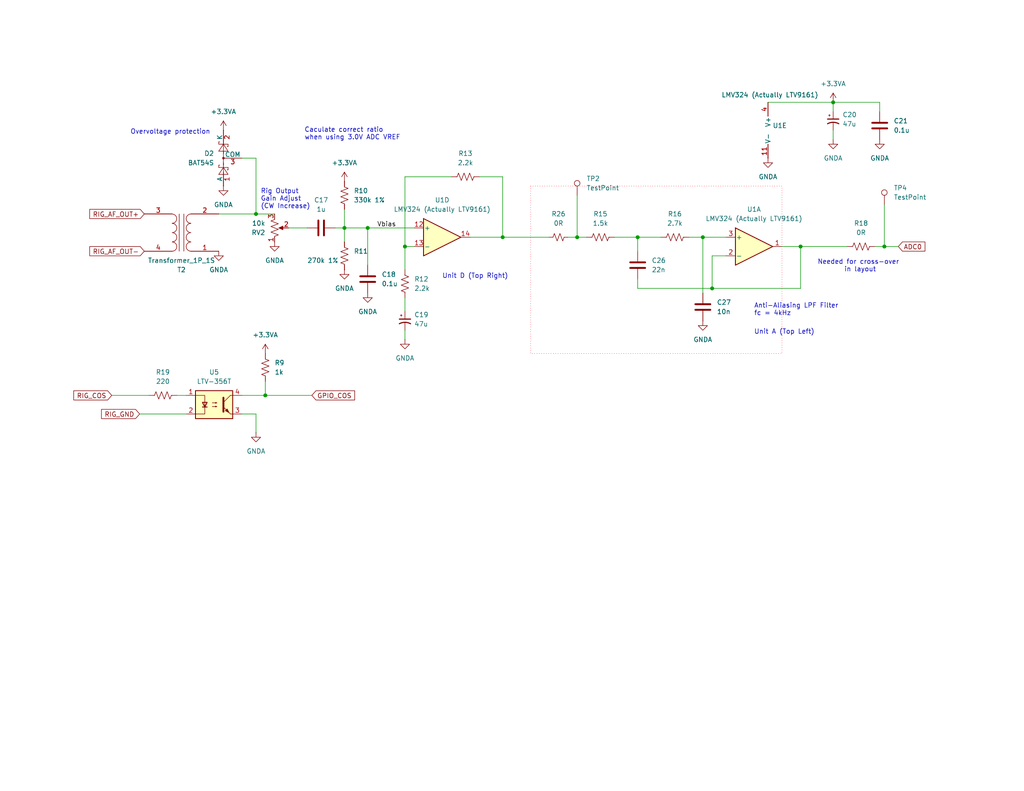
<source format=kicad_sch>
(kicad_sch (version 20231120) (generator "eeschema") (generator_version "8.0")
  (paper "USLetter")
  (title_block (title "MicroLink - Audio Input") (date "2024-04-24") (rev "4") (company "Bruce MacKinnon KC1FSZ") (comment 1 "Copyright (C) 2024 - Not For Commercial Use"))
  (lib_symbols
    (symbol "Amplifier_Operational:LMV324" (pin_names (offset 0.127))
      (property "Reference" "U" (at 0 5.08 0))
      (property "Value" "LMV324" (at 0 -5.08 0))
      (symbol "LMV324_1_1"
        (polyline (pts (xy -5.08 5.08) (xy 5.08 0) (xy -5.08 -5.08) (xy -5.08 5.08)) (stroke (width 0.254)) (fill (type background)))
        (pin output line (at 7.62 0 180) (length 2.54) (name "~") (number "1"))
        (pin input line (at -7.62 -2.54 0) (length 2.54) (name "-") (number "2"))
        (pin input line (at -7.62 2.54 0) (length 2.54) (name "+") (number "3"))
      )
      (symbol "LMV324_2_1"
        (polyline (pts (xy -5.08 5.08) (xy 5.08 0) (xy -5.08 -5.08) (xy -5.08 5.08)) (stroke (width 0.254)) (fill (type background)))
        (pin input line (at -7.62 2.54 0) (length 2.54) (name "+") (number "5"))
        (pin input line (at -7.62 -2.54 0) (length 2.54) (name "-") (number "6"))
        (pin output line (at 7.62 0 180) (length 2.54) (name "~") (number "7"))
      )
      (symbol "LMV324_3_1"
        (polyline (pts (xy -5.08 5.08) (xy 5.08 0) (xy -5.08 -5.08) (xy -5.08 5.08)) (stroke (width 0.254)) (fill (type background)))
        (pin input line (at -7.62 2.54 0) (length 2.54) (name "+") (number "10"))
        (pin output line (at 7.62 0 180) (length 2.54) (name "~") (number "8"))
        (pin input line (at -7.62 -2.54 0) (length 2.54) (name "-") (number "9"))
      )
      (symbol "LMV324_4_1"
        (polyline (pts (xy -5.08 5.08) (xy 5.08 0) (xy -5.08 -5.08) (xy -5.08 5.08)) (stroke (width 0.254)) (fill (type background)))
        (pin input line (at -7.62 2.54 0) (length 2.54) (name "+") (number "12"))
        (pin input line (at -7.62 -2.54 0) (length 2.54) (name "-") (number "13"))
        (pin output line (at 7.62 0 180) (length 2.54) (name "~") (number "14"))
      )
      (symbol "LMV324_5_1"
        (pin power_in line (at -2.54 -7.62 90) (length 3.81) (name "V-") (number "11"))
        (pin power_in line (at -2.54 7.62 270) (length 3.81) (name "V+") (number "4"))
      )
    )
    (symbol "Connector:TestPoint" (pin_numbers hide) (pin_names (offset 0.762) hide)
      (property "Reference" "TP" (at 0 6.858 0))
      (property "Value" "TestPoint" (at 0 5.08 0))
      (symbol "TestPoint_0_1"
        (circle (center 0 3.302) (radius 0.762))
      )
      (symbol "TestPoint_1_1"
        (pin passive line (at 0 0 90) (length 2.54) (name "1") (number "1"))
      )
    )
    (symbol "Device:C" (pin_numbers hide) (pin_names (offset 0.254))
      (property "Reference" "C" (at 0.635 2.54 0))
      (property "Value" "C" (at 0.635 -2.54 0))
      (symbol "C_0_1"
        (polyline (pts (xy -2.032 -0.762) (xy 2.032 -0.762)) (stroke (width 0.508)))
        (polyline (pts (xy -2.032 0.762) (xy 2.032 0.762)) (stroke (width 0.508)))
      )
      (symbol "C_1_1"
        (pin passive line (at 0 3.81 270) (length 2.794) (name "~") (number "1"))
        (pin passive line (at 0 -3.81 90) (length 2.794) (name "~") (number "2"))
      )
    )
    (symbol "Device:C_Polarized_Small_US" (pin_numbers hide) (pin_names (offset 0.254) hide)
      (property "Reference" "C" (at 0.254 1.778 0))
      (property "Value" "C_Polarized_Small_US" (at 0.254 -2.032 0))
      (symbol "C_Polarized_Small_US_0_1"
        (polyline (pts (xy -1.524 0.508) (xy 1.524 0.508)) (stroke (width 0.3048)))
        (polyline (pts (xy -1.27 1.524) (xy -0.762 1.524)))
        (polyline (pts (xy -1.016 1.27) (xy -1.016 1.778)))
        (arc (start 1.524 -0.762) (mid 0 -0.3734) (end -1.524 -0.762) (stroke (width 0.3048)))
      )
      (symbol "C_Polarized_Small_US_1_1"
        (pin passive line (at 0 2.54 270) (length 2.032) (name "~") (number "1"))
        (pin passive line (at 0 -2.54 90) (length 2.032) (name "~") (number "2"))
      )
    )
    (symbol "Device:R_Potentiometer_US" (pin_names (offset 1.016) hide)
      (property "Reference" "RV" (at -4.445 0 90))
      (property "Value" "R_Potentiometer_US" (at -2.54 0 90))
      (symbol "R_Potentiometer_US_0_1"
        (polyline (pts (xy 0 -2.286) (xy 0 -2.54)))
        (polyline (pts (xy 0 2.54) (xy 0 2.286)))
        (polyline (pts (xy 2.54 0) (xy 1.524 0)))
        (polyline (pts (xy 1.143 0) (xy 2.286 0.508) (xy 2.286 -0.508) (xy 1.143 0)) (fill (type outline)))
        (polyline (pts (xy 0 -0.762) (xy 1.016 -1.143) (xy 0 -1.524) (xy -1.016 -1.905) (xy 0 -2.286)))
        (polyline (pts (xy 0 0.762) (xy 1.016 0.381) (xy 0 0) (xy -1.016 -0.381) (xy 0 -0.762)))
        (polyline (pts (xy 0 2.286) (xy 1.016 1.905) (xy 0 1.524) (xy -1.016 1.143) (xy 0 0.762)))
      )
      (symbol "R_Potentiometer_US_1_1"
        (pin passive line (at 0 3.81 270) (length 1.27) (name "1") (number "1"))
        (pin passive line (at 3.81 0 180) (length 1.27) (name "2") (number "2"))
        (pin passive line (at 0 -3.81 90) (length 1.27) (name "3") (number "3"))
      )
    )
    (symbol "Device:R_Small_US" (pin_numbers hide) (pin_names (offset 0.254) hide)
      (property "Reference" "R" (at 0.762 0.508 0))
      (property "Value" "R_Small_US" (at 0.762 -1.016 0))
      (symbol "R_Small_US_1_1"
        (polyline (pts (xy 0 0) (xy 1.016 -0.381) (xy 0 -0.762) (xy -1.016 -1.143) (xy 0 -1.524)))
        (polyline (pts (xy 0 1.524) (xy 1.016 1.143) (xy 0 0.762) (xy -1.016 0.381) (xy 0 0)))
        (pin passive line (at 0 2.54 270) (length 1.016) (name "~") (number "1"))
        (pin passive line (at 0 -2.54 90) (length 1.016) (name "~") (number "2"))
      )
    )
    (symbol "Device:R_US" (pin_numbers hide) (pin_names (offset 0))
      (property "Reference" "R" (at 2.54 0 90))
      (property "Value" "R_US" (at -2.54 0 90))
      (symbol "R_US_0_1"
        (polyline (pts (xy 0 -2.286) (xy 0 -2.54)))
        (polyline (pts (xy 0 2.286) (xy 0 2.54)))
        (polyline (pts (xy 0 -0.762) (xy 1.016 -1.143) (xy 0 -1.524) (xy -1.016 -1.905) (xy 0 -2.286)))
        (polyline (pts (xy 0 0.762) (xy 1.016 0.381) (xy 0 0) (xy -1.016 -0.381) (xy 0 -0.762)))
        (polyline (pts (xy 0 2.286) (xy 1.016 1.905) (xy 0 1.524) (xy -1.016 1.143) (xy 0 0.762)))
      )
      (symbol "R_US_1_1"
        (pin passive line (at 0 3.81 270) (length 1.27) (name "~") (number "1"))
        (pin passive line (at 0 -3.81 90) (length 1.27) (name "~") (number "2"))
      )
    )
    (symbol "Device:Transformer_1P_1S" (pin_names (offset 1.016) hide)
      (property "Reference" "T" (at 0 6.35 0))
      (property "Value" "Transformer_1P_1S" (at 0 -7.62 0))
      (symbol "Transformer_1P_1S_0_1"
        (arc (start -2.54 -5.0546) (mid -1.6599 -4.6901) (end -1.27 -3.81))
        (arc (start -2.54 -2.5146) (mid -1.6599 -2.1501) (end -1.27 -1.27))
        (arc (start -2.54 0.0254) (mid -1.6599 0.3899) (end -1.27 1.27))
        (arc (start -2.54 2.5654) (mid -1.6599 2.9299) (end -1.27 3.81))
        (arc (start -1.27 -3.81) (mid -1.642 -2.912) (end -2.54 -2.54))
        (arc (start -1.27 -1.27) (mid -1.642 -0.372) (end -2.54 0))
        (arc (start -1.27 1.27) (mid -1.642 2.168) (end -2.54 2.54))
        (arc (start -1.27 3.81) (mid -1.642 4.708) (end -2.54 5.08))
        (polyline (pts (xy -0.635 5.08) (xy -0.635 -5.08)))
        (polyline (pts (xy 0.635 -5.08) (xy 0.635 5.08)))
        (arc (start 1.2954 -1.27) (mid 1.6599 -2.1501) (end 2.54 -2.5146))
        (arc (start 1.2954 1.27) (mid 1.6599 0.3899) (end 2.54 0.0254))
        (arc (start 1.2954 3.81) (mid 1.6599 2.9299) (end 2.54 2.5654))
        (arc (start 1.3208 -3.81) (mid 1.6853 -4.6901) (end 2.5654 -5.0546))
        (arc (start 2.54 0) (mid 1.642 -0.372) (end 1.2954 -1.27))
        (arc (start 2.54 2.54) (mid 1.642 2.168) (end 1.2954 1.27))
        (arc (start 2.54 5.08) (mid 1.642 4.708) (end 1.2954 3.81))
        (arc (start 2.5654 -2.54) (mid 1.6674 -2.912) (end 1.3208 -3.81))
      )
      (symbol "Transformer_1P_1S_1_1"
        (pin passive line (at -10.16 5.08 0) (length 7.62) (name "AA") (number "1"))
        (pin passive line (at -10.16 -5.08 0) (length 7.62) (name "AB") (number "2"))
        (pin passive line (at 10.16 -5.08 180) (length 7.62) (name "SA") (number "3"))
        (pin passive line (at 10.16 5.08 180) (length 7.62) (name "SB") (number "4"))
      )
    )
    (symbol "Diode:BAT54S" (pin_names (offset 0))
      (property "Reference" "D" (at 2.54 -5.08 0))
      (property "Value" "BAT54S" (at -6.35 3.175 0))
      (symbol "BAT54S_0_1"
        (polyline (pts (xy -3.81 0) (xy -1.27 0)))
        (polyline (pts (xy -3.175 -1.27) (xy -3.175 -1.016)))
        (polyline (pts (xy -2.54 -1.27) (xy -3.175 -1.27)))
        (polyline (pts (xy -2.54 -1.27) (xy -2.54 1.27)))
        (polyline (pts (xy -2.54 1.27) (xy -1.905 1.27)))
        (polyline (pts (xy -1.905 0) (xy 1.905 0)))
        (polyline (pts (xy -1.905 1.27) (xy -1.905 1.016)))
        (polyline (pts (xy 1.27 0) (xy 3.81 0)))
        (polyline (pts (xy 3.175 -1.27) (xy 3.175 -1.016)))
        (polyline (pts (xy 3.81 -1.27) (xy 3.175 -1.27)))
        (polyline (pts (xy 3.81 -1.27) (xy 3.81 1.27)))
        (polyline (pts (xy 3.81 1.27) (xy 4.445 1.27)))
        (polyline (pts (xy 4.445 1.27) (xy 4.445 1.016)))
        (polyline (pts (xy -4.445 1.27) (xy -4.445 -1.27) (xy -2.54 0) (xy -4.445 1.27)))
        (polyline (pts (xy 1.905 1.27) (xy 1.905 -1.27) (xy 3.81 0) (xy 1.905 1.27)))
        (circle (center 0 0) (radius 0.254) (fill (type outline)))
      )
      (symbol "BAT54S_1_1"
        (pin passive line (at -7.62 0 0) (length 3.81) (name "A") (number "1"))
        (pin passive line (at 7.62 0 180) (length 3.81) (name "K") (number "2"))
        (pin passive line (at 0 -5.08 90) (length 5.08) (name "COM") (number "3"))
      )
    )
    (symbol "Isolator:LTV-356T" (pin_names (offset 1.016))
      (property "Reference" "U" (at -5.334 4.826 0))
      (property "Value" "LTV-356T" (at 0 5.08 0))
      (symbol "LTV-356T_0_1"
        (rectangle (start -5.08 3.81) (end 5.08 -3.81) (stroke (width 0.254)) (fill (type background)))
        (polyline (pts (xy -3.175 -0.635) (xy -1.905 -0.635)) (stroke (width 0.254)))
        (polyline (pts (xy 2.54 0.635) (xy 4.445 2.54)))
        (polyline (pts (xy 4.445 -2.54) (xy 2.54 -0.635)) (fill (type outline)))
        (polyline (pts (xy 4.445 -2.54) (xy 5.08 -2.54)))
        (polyline (pts (xy 4.445 2.54) (xy 5.08 2.54)))
        (polyline (pts (xy -5.08 2.54) (xy -2.54 2.54) (xy -2.54 -0.762)))
        (polyline (pts (xy -2.54 -0.635) (xy -2.54 -2.54) (xy -5.08 -2.54)))
        (polyline (pts (xy 2.54 1.905) (xy 2.54 -1.905) (xy 2.54 -1.905)) (stroke (width 0.508)))
        (polyline (pts (xy -2.54 -0.635) (xy -3.175 0.635) (xy -1.905 0.635) (xy -2.54 -0.635)) (stroke (width 0.254)))
        (polyline (pts (xy -0.508 -0.508) (xy 0.762 -0.508) (xy 0.381 -0.635) (xy 0.381 -0.381) (xy 0.762 -0.508)))
        (polyline (pts (xy -0.508 0.508) (xy 0.762 0.508) (xy 0.381 0.381) (xy 0.381 0.635) (xy 0.762 0.508)))
        (polyline (pts (xy 3.048 -1.651) (xy 3.556 -1.143) (xy 4.064 -2.159) (xy 3.048 -1.651) (xy 3.048 -1.651)) (fill (type outline)))
      )
      (symbol "LTV-356T_1_1"
        (pin passive line (at -7.62 2.54 0) (length 2.54) (name "~") (number "1"))
        (pin passive line (at -7.62 -2.54 0) (length 2.54) (name "~") (number "2"))
        (pin passive line (at 7.62 -2.54 180) (length 2.54) (name "~") (number "3"))
        (pin passive line (at 7.62 2.54 180) (length 2.54) (name "~") (number "4"))
      )
    )
    (symbol "power:+3.3VA" (power) (pin_numbers hide) (pin_names (offset 0) hide)
      (property "Value" "+3.3VA" (at 0 3.556 0))
      (symbol "+3.3VA_0_1"
        (polyline (pts (xy -0.762 1.27) (xy 0 2.54)))
        (polyline (pts (xy 0 0) (xy 0 2.54)))
        (polyline (pts (xy 0 2.54) (xy 0.762 1.27)))
      )
      (symbol "+3.3VA_1_1"
        (pin power_in line (at 0 0 90) (length 0) (name "~") (number "1"))
      )
    )
    (symbol "power:GNDA" (power) (pin_numbers hide) (pin_names (offset 0) hide)
      (property "Value" "GNDA" (at 0 -3.81 0))
      (symbol "GNDA_0_1"
        (polyline (pts (xy 0 0) (xy 0 -1.27) (xy 1.27 -1.27) (xy 0 -2.54) (xy -1.27 -1.27) (xy 0 -1.27)))
      )
      (symbol "GNDA_1_1"
        (pin power_in line (at 0 0 270) (length 0) (name "~") (number "1"))
      )
    )
  )
  (junction (at 69.85 58.42))
  (junction (at 137.16 64.77))
  (junction (at 218.44 67.31))
  (junction (at 173.99 64.77))
  (junction (at 227.33 27.94))
  (junction (at 110.49 67.31))
  (junction (at 191.77 64.77))
  (junction (at 241.3 67.31))
  (junction (at 194.31 78.74))
  (junction (at 100.33 62.23))
  (junction (at 157.48 64.77))
  (junction (at 72.39 107.95))
  (junction (at 93.98 62.23))
  (wire (pts (xy 78.74 62.23) (xy 83.82 62.23)))
  (wire (pts (xy 137.16 64.77) (xy 149.86 64.77)))
  (wire (pts (xy 218.44 67.31) (xy 213.36 67.31)))
  (wire (pts (xy 191.77 64.77) (xy 191.77 80.01)))
  (wire (pts (xy 187.96 64.77) (xy 191.77 64.77)))
  (wire (pts (xy 93.98 62.23) (xy 93.98 66.04)))
  (wire (pts (xy 227.33 35.56) (xy 227.33 38.1)))
  (wire (pts (xy 59.69 58.42) (xy 69.85 58.42)))
  (wire (pts (xy 66.04 107.95) (xy 72.39 107.95)))
  (wire (pts (xy 69.85 113.03) (xy 69.85 118.11)))
  (wire (pts (xy 38.1 113.03) (xy 50.8 113.03)))
  (wire (pts (xy 209.55 27.94) (xy 227.33 27.94)))
  (wire (pts (xy 110.49 67.31) (xy 110.49 73.66)))
  (wire (pts (xy 128.27 64.77) (xy 137.16 64.77)))
  (wire (pts (xy 241.3 55.88) (xy 241.3 67.31)))
  (wire (pts (xy 30.48 107.95) (xy 40.64 107.95)))
  (wire (pts (xy 66.04 113.03) (xy 69.85 113.03)))
  (wire (pts (xy 227.33 27.94) (xy 227.33 30.48)))
  (wire (pts (xy 48.26 107.95) (xy 50.8 107.95)))
  (wire (pts (xy 154.94 64.77) (xy 157.48 64.77)))
  (wire (pts (xy 137.16 48.26) (xy 137.16 64.77)))
  (wire (pts (xy 72.39 107.95) (xy 85.09 107.95)))
  (wire (pts (xy 241.3 67.31) (xy 245.11 67.31)))
  (wire (pts (xy 72.39 104.14) (xy 72.39 107.95)))
  (wire (pts (xy 110.49 81.28) (xy 110.49 85.09)))
  (wire (pts (xy 100.33 62.23) (xy 100.33 72.39)))
  (wire (pts (xy 173.99 78.74) (xy 194.31 78.74)))
  (wire (pts (xy 198.12 69.85) (xy 194.31 69.85)))
  (wire (pts (xy 69.85 43.18) (xy 69.85 58.42)))
  (wire (pts (xy 93.98 57.15) (xy 93.98 62.23)))
  (wire (pts (xy 194.31 69.85) (xy 194.31 78.74)))
  (wire (pts (xy 110.49 48.26) (xy 110.49 67.31)))
  (wire (pts (xy 218.44 67.31) (xy 231.14 67.31)))
  (wire (pts (xy 110.49 48.26) (xy 123.19 48.26)))
  (wire (pts (xy 218.44 78.74) (xy 218.44 67.31)))
  (wire (pts (xy 173.99 76.2) (xy 173.99 78.74)))
  (wire (pts (xy 191.77 64.77) (xy 198.12 64.77)))
  (wire (pts (xy 173.99 64.77) (xy 173.99 68.58)))
  (wire (pts (xy 130.81 48.26) (xy 137.16 48.26)))
  (wire (pts (xy 157.48 53.34) (xy 157.48 64.77)))
  (wire (pts (xy 173.99 64.77) (xy 180.34 64.77)))
  (wire (pts (xy 238.76 67.31) (xy 241.3 67.31)))
  (wire (pts (xy 91.44 62.23) (xy 93.98 62.23)))
  (wire (pts (xy 240.03 30.48) (xy 240.03 27.94)))
  (wire (pts (xy 93.98 62.23) (xy 100.33 62.23)))
  (wire (pts (xy 167.64 64.77) (xy 173.99 64.77)))
  (wire (pts (xy 110.49 67.31) (xy 113.03 67.31)))
  (wire (pts (xy 110.49 90.17) (xy 110.49 92.71)))
  (wire (pts (xy 227.33 27.94) (xy 240.03 27.94)))
  (wire (pts (xy 69.85 58.42) (xy 74.93 58.42)))
  (wire (pts (xy 194.31 78.74) (xy 218.44 78.74)))
  (wire (pts (xy 66.04 43.18) (xy 69.85 43.18)))
  (wire (pts (xy 100.33 62.23) (xy 113.03 62.23)))
  (wire (pts (xy 157.48 64.77) (xy 160.02 64.77)))
  (rectangle (start 144.78 50.8) (end 213.36 96.52) (stroke (width 0) (type dot) (color 255 55 72 1)))
  (text "Rig Output \nGain Adjust\n(CW Increase)" (at 71.12 57.15 0) (effects (font (size 1.27 1.27)) (justify left bottom)))
  (text "Overvoltage protection" (at 35.56 36.83 0) (effects (font (size 1.27 1.27)) (justify left bottom)))
  (text "Unit D (Top Right)" (at 120.65 76.2 0) (effects (font (size 1.27 1.27)) (justify left bottom)))
  (text "Unit A (Top Left)" (at 205.74 91.44 0) (effects (font (size 1.27 1.27)) (justify left bottom)))
  (text "Needed for cross-over \nin layout" (at 234.696 72.644 0) (effects (font (size 1.27 1.27))))
  (text "Anti-Aliasing LPF Filter\nfc = 4kHz" (at 205.74 86.36 0) (effects (font (size 1.27 1.27)) (justify left bottom)))
  (text "Caculate correct ratio\nwhen using 3.0V ADC VREF" (at 83.058 38.354 0) (effects (font (size 1.27 1.27)) (justify left bottom)))
  (label "Vbias" (at 102.87 62.23 0))
  (global_label "GPIO_COS" (shape input) (at 85.09 107.95 0) (property "Intersheetrefs" "${INTERSHEET_REFS}" (effects (hide yes))))
  (global_label "ADC0" (shape input) (at 245.11 67.31 0) (property "Intersheetrefs" "${INTERSHEET_REFS}" (effects (hide yes))))
  (global_label "RIG_AF_OUT+" (shape input) (at 39.37 58.42 180) (property "Intersheetrefs" "${INTERSHEET_REFS}" (effects (hide yes))))
  (global_label "RIG_GND" (shape input) (at 38.1 113.03 180) (property "Intersheetrefs" "${INTERSHEET_REFS}" (effects (hide yes))))
  (global_label "RIG_AF_OUT-" (shape input) (at 39.37 68.58 180) (property "Intersheetrefs" "${INTERSHEET_REFS}" (effects (hide yes))))
  (global_label "RIG_COS" (shape input) (at 30.48 107.95 180) (property "Intersheetrefs" "${INTERSHEET_REFS}" (effects (hide yes))))
  (symbol (lib_id "Device:R_US") (at 93.98 53.34 0) (unit 1)
    (property "Reference" "R10" (at 96.52 52.07 0) (effects (justify left)))
    (property "Value" "330k 1%" (at 96.52 54.61 0) (effects (justify left)))
    (property "Footprint" "Resistor_SMD:R_0805_2012Metric_Pad1.20x1.40mm_HandSolder" (effects (hide yes)))
    (property "Description" "Resistor, US symbol" (effects (hide yes)))
  )
  (symbol (lib_id "Device:C") (at 173.99 72.39 0) (unit 1)
    (property "Reference" "C26" (at 177.8 71.12 0) (effects (justify left)))
    (property "Value" "22n" (at 177.8 73.66 0) (effects (justify left)))
    (property "Footprint" "Capacitor_SMD:C_0805_2012Metric_Pad1.18x1.45mm_HandSolder" (effects (hide yes)))
    (property "Description" "Unpolarized capacitor" (effects (hide yes)))
  )
  (symbol (lib_id "Device:R_US") (at 234.95 67.31 90) (unit 1)
    (property "Reference" "R18" (at 234.95 60.96 90))
    (property "Value" "0R" (at 234.95 63.5 90))
    (property "Footprint" "Resistor_SMD:R_0805_2012Metric_Pad1.20x1.40mm_HandSolder" (effects (hide yes)))
    (property "Description" "Resistor, US symbol" (effects (hide yes)))
  )
  (symbol (lib_id "power:+3.3VA") (at 72.39 96.52 0) (unit 1)
    (property "Reference" "#PWR031" (effects (hide yes)))
    (property "Value" "+3.3VA" (at 72.39 91.44 0))
    (property "Description" "Power symbol creates a global label with name \"+3.3VA\"" (effects (hide yes)))
  )
  (symbol (lib_id "Device:R_US") (at 72.39 100.33 0) (unit 1)
    (property "Reference" "R9" (at 74.93 99.06 0) (effects (justify left)))
    (property "Value" "1k" (at 74.93 101.6 0) (effects (justify left)))
    (property "Footprint" "Resistor_SMD:R_0805_2012Metric_Pad1.20x1.40mm_HandSolder" (effects (hide yes)))
    (property "Description" "Resistor, US symbol" (effects (hide yes)))
  )
  (symbol (lib_id "power:GNDA") (at 74.93 66.04 0) (unit 1)
    (property "Reference" "#PWR033" (effects (hide yes)))
    (property "Value" "GNDA" (at 74.93 71.12 0))
    (property "Description" "Power symbol creates a global label with name \"GNDA\" , analog ground" (effects (hide yes)))
  )
  (symbol (lib_id "Device:R_US") (at 163.83 64.77 270) (unit 1)
    (property "Reference" "R15" (at 163.83 58.42 90))
    (property "Value" "1.5k" (at 163.83 60.96 90))
    (property "Footprint" "Resistor_SMD:R_0805_2012Metric_Pad1.20x1.40mm_HandSolder" (effects (hide yes)))
    (property "Description" "Resistor, US symbol" (effects (hide yes)))
  )
  (symbol (lib_id "Connector:TestPoint") (at 241.3 55.88 0) (unit 1)
    (property "Reference" "TP4" (at 243.84 51.3079 0) (effects (justify left)))
    (property "Value" "TestPoint" (at 243.84 53.8479 0) (effects (justify left)))
    (property "Footprint" "TestPoint:TestPoint_Pad_2.5x2.5mm" (effects (hide yes)))
    (property "Description" "test point" (effects (hide yes)))
  )
  (symbol (lib_id "Amplifier_Operational:LMV324") (at 212.09 35.56 0) (unit 5)
    (property "Reference" "U1" (at 210.82 34.29 0) (effects (justify left)))
    (property "Value" "LMV324 (Actually LTV9161)" (at 196.85 25.908 0) (effects (justify left)))
    (property "Footprint" "Package_SO:TSSOP-14_4.4x5mm_P0.65mm" (effects (hide yes)))
    (property "Datasheet" "http://www.ti.com/lit/ds/symlink/lmv324.pdf" (effects (hide yes)))
    (property "Description" "Quad Low-Voltage Rail-to-Rail Output Operational Amplifier, SOIC-14/SSOP-14" (effects (hide yes)))
  )
  (symbol (lib_id "Device:C_Polarized_Small_US") (at 110.49 87.63 0) (unit 1)
    (property "Reference" "C19" (at 113.03 85.9281 0) (effects (justify left)))
    (property "Value" "47u" (at 113.03 88.4681 0) (effects (justify left)))
    (property "Footprint" "bruce-footprints:CPOL_0805_2012Metric_Pad1.18x1.45mm_HandSolder" (effects (hide yes)))
    (property "Description" "Polarized capacitor, small US symbol" (effects (hide yes)))
  )
  (symbol (lib_id "Device:R_US") (at 184.15 64.77 90) (unit 1)
    (property "Reference" "R16" (at 184.15 58.42 90))
    (property "Value" "2.7k" (at 184.15 60.96 90))
    (property "Footprint" "Resistor_SMD:R_0805_2012Metric_Pad1.20x1.40mm_HandSolder" (effects (hide yes)))
    (property "Description" "Resistor, US symbol" (effects (hide yes)))
  )
  (symbol (lib_id "power:+3.3VA") (at 93.98 49.53 0) (unit 1)
    (property "Reference" "#PWR034" (effects (hide yes)))
    (property "Value" "+3.3VA" (at 93.98 44.45 0))
    (property "Description" "Power symbol creates a global label with name \"+3.3VA\"" (effects (hide yes)))
  )
  (symbol (lib_id "power:GNDA") (at 69.85 118.11 0) (unit 1)
    (property "Reference" "#PWR030" (effects (hide yes)))
    (property "Value" "GNDA" (at 69.85 123.19 0))
    (property "Description" "Power symbol creates a global label with name \"GNDA\" , analog ground" (effects (hide yes)))
  )
  (symbol (lib_id "Device:R_US") (at 44.45 107.95 90) (unit 1)
    (property "Reference" "R19" (at 44.45 101.6 90))
    (property "Value" "220" (at 44.45 104.14 90))
    (property "Footprint" "Resistor_SMD:R_0805_2012Metric_Pad1.20x1.40mm_HandSolder" (effects (hide yes)))
    (property "Description" "Resistor, US symbol" (effects (hide yes)))
  )
  (symbol (lib_id "power:GNDA") (at 93.98 73.66 0) (unit 1)
    (property "Reference" "#PWR035" (effects (hide yes)))
    (property "Value" "GNDA" (at 93.98 78.74 0))
    (property "Description" "Power symbol creates a global label with name \"GNDA\" , analog ground" (effects (hide yes)))
  )
  (symbol (lib_id "Device:R_US") (at 110.49 77.47 180) (unit 1)
    (property "Reference" "R12" (at 113.03 76.2 0) (effects (justify right)))
    (property "Value" "2.2k" (at 113.03 78.74 0) (effects (justify right)))
    (property "Footprint" "Resistor_SMD:R_0805_2012Metric_Pad1.20x1.40mm_HandSolder" (effects (hide yes)))
    (property "Description" "Resistor, US symbol" (effects (hide yes)))
  )
  (symbol (lib_id "Isolator:LTV-356T") (at 58.42 110.49 0) (unit 1)
    (property "Reference" "U5" (at 58.42 101.6 0))
    (property "Value" "LTV-356T" (at 58.42 104.14 0))
    (property "Footprint" "Package_SO:SO-4_4.4x3.6mm_P2.54mm" (effects (hide yes)))
    (property "Datasheet" "http://optoelectronics.liteon.com/upload/download/DS70-2001-010/S_110_LTV-356T%2020140520.pdf" (effects (hide yes)))
    (property "Description" "DC Optocoupler, Vce 80V, CTR 50%, SO-4" (effects (hide yes)))
  )
  (symbol (lib_id "Device:C") (at 87.63 62.23 90) (unit 1)
    (property "Reference" "C17" (at 87.63 54.61 90))
    (property "Value" "1u" (at 87.63 57.15 90))
    (property "Footprint" "Capacitor_SMD:C_0805_2012Metric_Pad1.18x1.45mm_HandSolder" (effects (hide yes)))
    (property "Description" "Unpolarized capacitor" (effects (hide yes)))
  )
  (symbol (lib_id "Device:R_Small_US") (at 152.4 64.77 90) (unit 1)
    (property "Reference" "R26" (at 152.4 58.42 90))
    (property "Value" "0R" (at 152.4 60.96 90))
    (property "Footprint" "Resistor_SMD:R_1206_3216Metric_Pad1.30x1.75mm_HandSolder" (effects (hide yes)))
    (property "Description" "Resistor, small US symbol" (effects (hide yes)))
  )
  (symbol (lib_id "Device:R_US") (at 93.98 69.85 0) (unit 1)
    (property "Reference" "R11" (at 96.52 68.58 0) (effects (justify left)))
    (property "Value" "270k 1%" (at 83.82 71.12 0) (effects (justify left)))
    (property "Footprint" "Resistor_SMD:R_0805_2012Metric_Pad1.20x1.40mm_HandSolder" (effects (hide yes)))
    (property "Description" "Resistor, US symbol" (effects (hide yes)))
  )
  (symbol (lib_id "power:GNDA") (at 110.49 92.71 0) (unit 1)
    (property "Reference" "#PWR037" (effects (hide yes)))
    (property "Value" "GNDA" (at 110.49 97.79 0))
    (property "Description" "Power symbol creates a global label with name \"GNDA\" , analog ground" (effects (hide yes)))
  )
  (symbol (lib_id "power:GNDA") (at 60.96 50.8 0) (unit 1)
    (property "Reference" "#PWR07" (effects (hide yes)))
    (property "Value" "GNDA" (at 60.96 55.88 0))
    (property "Description" "Power symbol creates a global label with name \"GNDA\" , analog ground" (effects (hide yes)))
  )
  (symbol (lib_id "Device:Transformer_1P_1S") (at 49.53 63.5 180) (unit 1)
    (property "Reference" "T2" (at 49.5173 73.66 0))
    (property "Value" "Transformer_1P_1S" (at 49.5173 71.12 0))
    (property "Footprint" "bruce-footprints:CheapAudioTransformer" (effects (hide yes)))
    (property "Description" "Transformer, single primary, single secondary" (effects (hide yes)))
  )
  (symbol (lib_id "power:GNDA") (at 191.77 87.63 0) (unit 1)
    (property "Reference" "#PWR049" (effects (hide yes)))
    (property "Value" "GNDA" (at 191.77 92.71 0))
    (property "Description" "Power symbol creates a global label with name \"GNDA\" , analog ground" (effects (hide yes)))
  )
  (symbol (lib_id "power:GNDA") (at 59.69 68.58 0) (unit 1)
    (property "Reference" "#PWR032" (effects (hide yes)))
    (property "Value" "GNDA" (at 59.69 73.66 0))
    (property "Description" "Power symbol creates a global label with name \"GNDA\" , analog ground" (effects (hide yes)))
  )
  (symbol (lib_id "power:GNDA") (at 240.03 38.1 0) (unit 1)
    (property "Reference" "#PWR042" (effects (hide yes)))
    (property "Value" "GNDA" (at 240.03 43.18 0))
    (property "Description" "Power symbol creates a global label with name \"GNDA\" , analog ground" (effects (hide yes)))
  )
  (symbol (lib_id "Device:C") (at 240.03 34.29 0) (unit 1)
    (property "Reference" "C21" (at 243.84 33.02 0) (effects (justify left)))
    (property "Value" "0.1u" (at 243.84 35.56 0) (effects (justify left)))
    (property "Footprint" "Capacitor_SMD:C_0805_2012Metric_Pad1.18x1.45mm_HandSolder" (effects (hide yes)))
    (property "Description" "Unpolarized capacitor" (effects (hide yes)))
  )
  (symbol (lib_id "Connector:TestPoint") (at 157.48 53.34 0) (unit 1)
    (property "Reference" "TP2" (at 160.02 48.768 0) (effects (justify left)))
    (property "Value" "TestPoint" (at 160.02 51.308 0) (effects (justify left)))
    (property "Footprint" "TestPoint:TestPoint_Pad_2.5x2.5mm" (effects (hide yes)))
    (property "Description" "test point" (effects (hide yes)))
  )
  (symbol (lib_id "Diode:BAT54S") (at 60.96 43.18 90) (unit 1)
    (property "Reference" "D2" (at 58.42 41.91 90) (effects (justify left)))
    (property "Value" "BAT54S" (at 58.42 44.45 90) (effects (justify left)))
    (property "Footprint" "Package_TO_SOT_SMD:SOT-23" (effects (hide yes)))
    (property "Datasheet" "https://www.diodes.com/assets/Datasheets/ds11005.pdf" (effects (hide yes)))
    (property "Description" "Vr 30V, If 200mA, Dual schottky barrier diode, in series, SOT-323" (effects (hide yes)))
  )
  (symbol (lib_id "Amplifier_Operational:LMV324") (at 205.74 67.31 0) (unit 1)
    (property "Reference" "U1" (at 205.74 57.15 0))
    (property "Value" "LMV324 (Actually LTV9161)" (at 205.74 59.69 0))
    (property "Footprint" "Package_SO:TSSOP-14_4.4x5mm_P0.65mm" (effects (hide yes)))
    (property "Datasheet" "http://www.ti.com/lit/ds/symlink/lmv324.pdf" (effects (hide yes)))
    (property "Description" "Quad Low-Voltage Rail-to-Rail Output Operational Amplifier, SOIC-14/SSOP-14" (effects (hide yes)))
  )
  (symbol (lib_id "power:GNDA") (at 227.33 38.1 0) (unit 1)
    (property "Reference" "#PWR039" (effects (hide yes)))
    (property "Value" "GNDA" (at 227.33 43.18 0))
    (property "Description" "Power symbol creates a global label with name \"GNDA\" , analog ground" (effects (hide yes)))
  )
  (symbol (lib_id "Device:R_Potentiometer_US") (at 74.93 62.23 0) (mirror x) (unit 1)
    (property "Reference" "RV2" (at 72.39 63.5 0) (effects (justify right)))
    (property "Value" "10k" (at 72.39 60.96 0) (effects (justify right)))
    (property "Footprint" "bruce-footprints:POT_3362P" (effects (hide yes)))
    (property "Description" "Potentiometer, US symbol" (effects (hide yes)))
  )
  (symbol (lib_id "Device:C") (at 191.77 83.82 0) (unit 1)
    (property "Reference" "C27" (at 195.58 82.55 0) (effects (justify left)))
    (property "Value" "10n" (at 195.58 85.09 0) (effects (justify left)))
    (property "Footprint" "Capacitor_SMD:C_0805_2012Metric_Pad1.18x1.45mm_HandSolder" (effects (hide yes)))
    (property "Description" "Unpolarized capacitor" (effects (hide yes)))
  )
  (symbol (lib_id "Device:R_US") (at 127 48.26 90) (unit 1)
    (property "Reference" "R13" (at 127 41.91 90))
    (property "Value" "2.2k" (at 127 44.45 90))
    (property "Footprint" "Resistor_SMD:R_0805_2012Metric_Pad1.20x1.40mm_HandSolder" (effects (hide yes)))
    (property "Description" "Resistor, US symbol" (effects (hide yes)))
  )
  (symbol (lib_id "Device:C_Polarized_Small_US") (at 227.33 33.02 0) (unit 1)
    (property "Reference" "C20" (at 229.87 31.3181 0) (effects (justify left)))
    (property "Value" "47u" (at 229.87 33.8581 0) (effects (justify left)))
    (property "Footprint" "bruce-footprints:CPOL_0805_2012Metric_Pad1.18x1.45mm_HandSolder" (effects (hide yes)))
    (property "Description" "Polarized capacitor, small US symbol" (effects (hide yes)))
  )
  (symbol (lib_id "power:GNDA") (at 209.55 43.18 0) (unit 1)
    (property "Reference" "#PWR020" (effects (hide yes)))
    (property "Value" "GNDA" (at 209.55 48.26 0))
    (property "Description" "Power symbol creates a global label with name \"GNDA\" , analog ground" (effects (hide yes)))
  )
  (symbol (lib_id "Device:C") (at 100.33 76.2 0) (unit 1)
    (property "Reference" "C18" (at 104.14 74.93 0) (effects (justify left)))
    (property "Value" "0.1u" (at 104.14 77.47 0) (effects (justify left)))
    (property "Footprint" "Capacitor_SMD:C_0805_2012Metric_Pad1.18x1.45mm_HandSolder" (effects (hide yes)))
    (property "Description" "Unpolarized capacitor" (effects (hide yes)))
  )
  (symbol (lib_id "power:+3.3VA") (at 60.96 35.56 0) (unit 1)
    (property "Reference" "#PWR040" (effects (hide yes)))
    (property "Value" "+3.3VA" (at 60.96 30.48 0))
    (property "Description" "Power symbol creates a global label with name \"+3.3VA\"" (effects (hide yes)))
  )
  (symbol (lib_id "power:+3.3VA") (at 227.33 27.94 0) (unit 1)
    (property "Reference" "#PWR038" (effects (hide yes)))
    (property "Value" "+3.3VA" (at 227.33 22.86 0))
    (property "Description" "Power symbol creates a global label with name \"+3.3VA\"" (effects (hide yes)))
  )
  (symbol (lib_id "power:GNDA") (at 100.33 80.01 0) (unit 1)
    (property "Reference" "#PWR036" (effects (hide yes)))
    (property "Value" "GNDA" (at 100.33 85.09 0))
    (property "Description" "Power symbol creates a global label with name \"GNDA\" , analog ground" (effects (hide yes)))
  )
  (symbol (lib_id "Amplifier_Operational:LMV324") (at 120.65 64.77 0) (unit 4)
    (property "Reference" "U1" (at 120.65 54.61 0))
    (property "Value" "LMV324 (Actually LTV9161)" (at 120.65 57.15 0))
    (property "Footprint" "Package_SO:TSSOP-14_4.4x5mm_P0.65mm" (effects (hide yes)))
    (property "Datasheet" "http://www.ti.com/lit/ds/symlink/lmv324.pdf" (effects (hide yes)))
    (property "Description" "Quad Low-Voltage Rail-to-Rail Output Operational Amplifier, SOIC-14/SSOP-14" (effects (hide yes)))
  )
)
</source>
